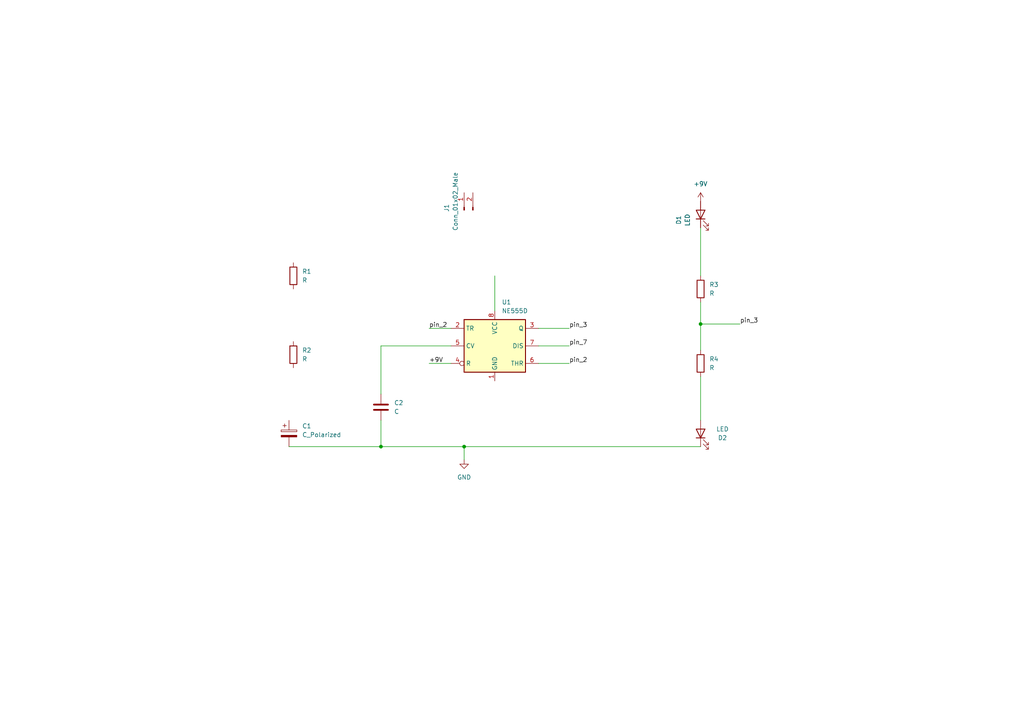
<source format=kicad_sch>
(kicad_sch (version 20211123) (generator eeschema)
  (paper "A4")
  (lib_symbols
    (symbol "Connector:Conn_01x02_Male" (pin_names (offset 1.016) hide)
      (property "Reference" "J" (at 0 2.54 0))
      (property "Value" "Conn_01x02_Male" (at 0 -5.08 0))
      (symbol "Conn_01x02_Male_1_1"
        (polyline (pts (xy 1.27 -2.54) (xy 0.8636 -2.54)) (stroke (width 0.1524)))
        (polyline (pts (xy 1.27 0) (xy 0.8636 0)) (stroke (width 0.1524)))
        (rectangle (start 0.8636 -2.413) (end 0 -2.667) (stroke (width 0.1524)) (fill (type outline)))
        (rectangle (start 0.8636 0.127) (end 0 -0.127) (stroke (width 0.1524)) (fill (type outline)))
        (pin passive line (at 5.08 0 180) (length 3.81) (name "Pin_1") (number "1"))
        (pin passive line (at 5.08 -2.54 180) (length 3.81) (name "Pin_2") (number "2"))
      )
    )
    (symbol "Device:C" (pin_numbers hide) (pin_names (offset 0.254))
      (property "Reference" "C" (at 0.635 2.54 0))
      (property "Value" "C" (at 0.635 -2.54 0))
      (symbol "C_0_1"
        (polyline (pts (xy -2.032 -0.762) (xy 2.032 -0.762)) (stroke (width 0.508)))
        (polyline (pts (xy -2.032 0.762) (xy 2.032 0.762)) (stroke (width 0.508)))
      )
      (symbol "C_1_1"
        (pin passive line (at 0 3.81 270) (length 2.794) (name "~") (number "1"))
        (pin passive line (at 0 -3.81 90) (length 2.794) (name "~") (number "2"))
      )
    )
    (symbol "Device:C_Polarized" (pin_numbers hide) (pin_names (offset 0.254))
      (property "Reference" "C" (at 0.635 2.54 0))
      (property "Value" "C_Polarized" (at 0.635 -2.54 0))
      (symbol "C_Polarized_0_1"
        (rectangle (start -2.286 0.508) (end 2.286 1.016))
        (polyline (pts (xy -1.778 2.286) (xy -0.762 2.286)))
        (polyline (pts (xy -1.27 2.794) (xy -1.27 1.778)))
        (rectangle (start 2.286 -0.508) (end -2.286 -1.016) (fill (type outline)))
      )
      (symbol "C_Polarized_1_1"
        (pin passive line (at 0 3.81 270) (length 2.794) (name "~") (number "1"))
        (pin passive line (at 0 -3.81 90) (length 2.794) (name "~") (number "2"))
      )
    )
    (symbol "Device:LED" (pin_numbers hide) (pin_names (offset 1.016) hide)
      (property "Reference" "D" (at 0 2.54 0))
      (property "Value" "LED" (at 0 -2.54 0))
      (symbol "LED_0_1"
        (polyline (pts (xy -1.27 -1.27) (xy -1.27 1.27)) (stroke (width 0.254)))
        (polyline (pts (xy -1.27 0) (xy 1.27 0)))
        (polyline (pts (xy 1.27 -1.27) (xy 1.27 1.27) (xy -1.27 0) (xy 1.27 -1.27)) (stroke (width 0.254)))
        (polyline (pts (xy -3.048 -0.762) (xy -4.572 -2.286) (xy -3.81 -2.286) (xy -4.572 -2.286) (xy -4.572 -1.524)))
        (polyline (pts (xy -1.778 -0.762) (xy -3.302 -2.286) (xy -2.54 -2.286) (xy -3.302 -2.286) (xy -3.302 -1.524)))
      )
      (symbol "LED_1_1"
        (pin passive line (at -3.81 0 0) (length 2.54) (name "K") (number "1"))
        (pin passive line (at 3.81 0 180) (length 2.54) (name "A") (number "2"))
      )
    )
    (symbol "Device:R" (pin_numbers hide) (pin_names (offset 0))
      (property "Reference" "R" (at 2.032 0 90))
      (property "Value" "R" (at 0 0 90))
      (symbol "R_0_1"
        (rectangle (start -1.016 -2.54) (end 1.016 2.54) (stroke (width 0.254)))
      )
      (symbol "R_1_1"
        (pin passive line (at 0 3.81 270) (length 1.27) (name "~") (number "1"))
        (pin passive line (at 0 -3.81 90) (length 1.27) (name "~") (number "2"))
      )
    )
    (symbol "Timer:NE555D"
      (property "Reference" "U" (at -10.16 8.89 0))
      (property "Value" "NE555D" (at 2.54 8.89 0))
      (symbol "NE555D_0_0"
        (pin power_in line (at 0 -10.16 90) (length 2.54) (name "GND") (number "1"))
        (pin power_in line (at 0 10.16 270) (length 2.54) (name "VCC") (number "8"))
      )
      (symbol "NE555D_0_1"
        (rectangle (start -8.89 -7.62) (end 8.89 7.62) (stroke (width 0.254)) (fill (type background)))
        (rectangle (start -8.89 -7.62) (end 8.89 7.62) (stroke (width 0.254)) (fill (type background)))
      )
      (symbol "NE555D_1_1"
        (pin input line (at -12.7 5.08 0) (length 3.81) (name "TR") (number "2"))
        (pin output line (at 12.7 5.08 180) (length 3.81) (name "Q") (number "3"))
        (pin input inverted (at -12.7 -5.08 0) (length 3.81) (name "R") (number "4"))
        (pin input line (at -12.7 0 0) (length 3.81) (name "CV") (number "5"))
        (pin input line (at 12.7 -5.08 180) (length 3.81) (name "THR") (number "6"))
        (pin input line (at 12.7 0 180) (length 3.81) (name "DIS") (number "7"))
      )
    )
    (symbol "power:+9V" (power) (pin_names (offset 0))
      (property "Value" "+9V" (at 0 3.556 0))
      (symbol "+9V_0_1"
        (polyline (pts (xy -0.762 1.27) (xy 0 2.54)))
        (polyline (pts (xy 0 0) (xy 0 2.54)))
        (polyline (pts (xy 0 2.54) (xy 0.762 1.27)))
      )
      (symbol "+9V_1_1"
        (pin power_in line (at 0 0 90) (length 0) hide (name "+9V") (number "1"))
      )
    )
    (symbol "power:GND" (power) (pin_names (offset 0))
      (property "Value" "GND" (at 0 -3.81 0))
      (symbol "GND_0_1"
        (polyline (pts (xy 0 0) (xy 0 -1.27) (xy 1.27 -1.27) (xy 0 -2.54) (xy -1.27 -1.27) (xy 0 -1.27)))
      )
      (symbol "GND_1_1"
        (pin power_in line (at 0 0 270) (length 0) hide (name "GND") (number "1"))
      )
    )
  )
  (junction (at 203.2 93.98))
  (junction (at 134.62 129.54))
  (junction (at 110.49 129.54))
  (wire (pts (xy 203.2 66.04) (xy 203.2 80.01)))
  (wire (pts (xy 124.46 95.25) (xy 130.81 95.25)))
  (wire (pts (xy 143.51 80.01) (xy 143.51 90.17)))
  (wire (pts (xy 110.49 114.3) (xy 110.49 100.33)))
  (wire (pts (xy 156.21 105.41) (xy 165.1 105.41)))
  (wire (pts (xy 156.21 95.25) (xy 165.1 95.25)))
  (wire (pts (xy 203.2 93.98) (xy 214.63 93.98)))
  (wire (pts (xy 110.49 121.92) (xy 110.49 129.54)))
  (wire (pts (xy 134.62 129.54) (xy 134.62 133.35)))
  (wire (pts (xy 203.2 109.22) (xy 203.2 121.92)))
  (wire (pts (xy 83.82 129.54) (xy 110.49 129.54)))
  (wire (pts (xy 110.49 100.33) (xy 130.81 100.33)))
  (wire (pts (xy 110.49 129.54) (xy 134.62 129.54)))
  (wire (pts (xy 203.2 93.98) (xy 203.2 101.6)))
  (wire (pts (xy 134.62 129.54) (xy 203.2 129.54)))
  (wire (pts (xy 156.21 100.33) (xy 165.1 100.33)))
  (wire (pts (xy 124.46 105.41) (xy 130.81 105.41)))
  (wire (pts (xy 203.2 87.63) (xy 203.2 93.98)))
  (label "pin_2" (at 124.46 95.25 0))
  (label "pin_2" (at 165.1 105.41 0))
  (label "pin_3" (at 165.1 95.25 0))
  (label "+9V" (at 124.46 105.41 0))
  (label "pin_7" (at 165.1 100.33 0))
  (label "pin_3" (at 214.63 93.98 0))
  (symbol (lib_id "Device:LED") (at 203.2 62.23 90) (unit 1)
    (property "Reference" "D1" (at 196.85 63.8175 0))
    (property "Value" "LED" (at 199.39 63.8175 0))
  )
  (symbol (lib_id "Device:R") (at 203.2 105.41 0) (unit 1)
    (property "Reference" "R4" (at 205.74 104.1399 0) (effects (justify left)))
    (property "Value" "R" (at 205.74 106.6799 0) (effects (justify left)))
  )
  (symbol (lib_id "Device:R") (at 85.09 102.87 0) (unit 1)
    (property "Reference" "R2" (at 87.63 101.5999 0) (effects (justify left)))
    (property "Value" "R" (at 87.63 104.1399 0) (effects (justify left)))
  )
  (symbol (lib_id "power:+9V") (at 203.2 58.42 0) (unit 1)
    (property "Reference" "#PWR?" (effects hide))
    (property "Value" "+9V" (at 203.2 53.34 0))
  )
  (symbol (lib_id "Device:C") (at 110.49 118.11 0) (unit 1)
    (property "Reference" "C2" (at 114.3 116.8399 0) (effects (justify left)))
    (property "Value" "C" (at 114.3 119.3799 0) (effects (justify left)))
  )
  (symbol (lib_id "Device:LED") (at 203.2 125.73 90) (unit 1)
    (property "Reference" "D2" (at 209.55 127 90))
    (property "Value" "LED" (at 209.55 124.46 90))
  )
  (symbol (lib_id "power:GND") (at 134.62 133.35 0) (unit 1)
    (property "Reference" "#PWR?" (effects hide))
    (property "Value" "GND" (at 134.62 138.43 0))
  )
  (symbol (lib_id "Device:R") (at 85.09 80.01 0) (unit 1)
    (property "Reference" "R1" (at 87.63 78.7399 0) (effects (justify left)))
    (property "Value" "R" (at 87.63 81.2799 0) (effects (justify left)))
  )
  (symbol (lib_id "Timer:NE555D") (at 143.51 100.33 0) (unit 1)
    (property "Reference" "U1" (at 145.5294 87.63 0) (effects (justify left)))
    (property "Value" "NE555D" (at 145.5294 90.17 0) (effects (justify left)))
    (property "Footprint" "Package_SO:SOIC-8_3.9x4.9mm_P1.27mm" (effects hide))
    (property "Datasheet" "http://www.ti.com/lit/ds/symlink/ne555.pdf" (effects hide))
  )
  (symbol (lib_id "Device:R") (at 203.2 83.82 0) (unit 1)
    (property "Reference" "R3" (at 205.74 82.5499 0) (effects (justify left)))
    (property "Value" "R" (at 205.74 85.0899 0) (effects (justify left)))
  )
  (symbol (lib_id "Device:C_Polarized") (at 83.82 125.73 0) (unit 1)
    (property "Reference" "C1" (at 87.63 123.5709 0) (effects (justify left)))
    (property "Value" "C_Polarized" (at 87.63 126.1109 0) (effects (justify left)))
  )
  (symbol (lib_id "Connector:Conn_01x02_Male") (at 134.62 60.96 90) (unit 1)
    (property "Reference" "J1" (at 129.54 60.325 0))
    (property "Value" "Conn_01x02_Male" (at 132.08 58.42 0))
  )
)
</source>
